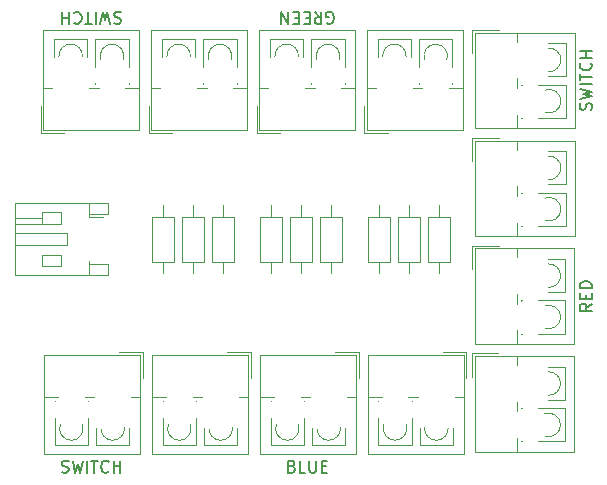
<source format=gto>
%TF.GenerationSoftware,KiCad,Pcbnew,(5.99.0-8961-g580ad8b18e)*%
%TF.CreationDate,2021-03-06T10:17:56-08:00*%
%TF.ProjectId,hugo_board,6875676f-5f62-46f6-9172-642e6b696361,rev?*%
%TF.SameCoordinates,Original*%
%TF.FileFunction,Legend,Top*%
%TF.FilePolarity,Positive*%
%FSLAX46Y46*%
G04 Gerber Fmt 4.6, Leading zero omitted, Abs format (unit mm)*
G04 Created by KiCad (PCBNEW (5.99.0-8961-g580ad8b18e)) date 2021-03-06 10:17:56*
%MOMM*%
%LPD*%
G01*
G04 APERTURE LIST*
%ADD10C,0.150000*%
%ADD11C,0.120000*%
G04 APERTURE END LIST*
D10*
X126126666Y-72890000D02*
X126221904Y-72937619D01*
X126364761Y-72937619D01*
X126507619Y-72890000D01*
X126602857Y-72794761D01*
X126650476Y-72699523D01*
X126698095Y-72509047D01*
X126698095Y-72366190D01*
X126650476Y-72175714D01*
X126602857Y-72080476D01*
X126507619Y-71985238D01*
X126364761Y-71937619D01*
X126269523Y-71937619D01*
X126126666Y-71985238D01*
X126079047Y-72032857D01*
X126079047Y-72366190D01*
X126269523Y-72366190D01*
X125079047Y-71937619D02*
X125412380Y-72413809D01*
X125650476Y-71937619D02*
X125650476Y-72937619D01*
X125269523Y-72937619D01*
X125174285Y-72890000D01*
X125126666Y-72842380D01*
X125079047Y-72747142D01*
X125079047Y-72604285D01*
X125126666Y-72509047D01*
X125174285Y-72461428D01*
X125269523Y-72413809D01*
X125650476Y-72413809D01*
X124650476Y-72461428D02*
X124317142Y-72461428D01*
X124174285Y-71937619D02*
X124650476Y-71937619D01*
X124650476Y-72937619D01*
X124174285Y-72937619D01*
X123745714Y-72461428D02*
X123412380Y-72461428D01*
X123269523Y-71937619D02*
X123745714Y-71937619D01*
X123745714Y-72937619D01*
X123269523Y-72937619D01*
X122840952Y-71937619D02*
X122840952Y-72937619D01*
X122269523Y-71937619D01*
X122269523Y-72937619D01*
X108672000Y-71985238D02*
X108529142Y-71937619D01*
X108291047Y-71937619D01*
X108195809Y-71985238D01*
X108148190Y-72032857D01*
X108100571Y-72128095D01*
X108100571Y-72223333D01*
X108148190Y-72318571D01*
X108195809Y-72366190D01*
X108291047Y-72413809D01*
X108481523Y-72461428D01*
X108576761Y-72509047D01*
X108624380Y-72556666D01*
X108672000Y-72651904D01*
X108672000Y-72747142D01*
X108624380Y-72842380D01*
X108576761Y-72890000D01*
X108481523Y-72937619D01*
X108243428Y-72937619D01*
X108100571Y-72890000D01*
X107767238Y-72937619D02*
X107529142Y-71937619D01*
X107338666Y-72651904D01*
X107148190Y-71937619D01*
X106910095Y-72937619D01*
X106529142Y-71937619D02*
X106529142Y-72937619D01*
X106195809Y-72937619D02*
X105624380Y-72937619D01*
X105910095Y-71937619D02*
X105910095Y-72937619D01*
X104719619Y-72032857D02*
X104767238Y-71985238D01*
X104910095Y-71937619D01*
X105005333Y-71937619D01*
X105148190Y-71985238D01*
X105243428Y-72080476D01*
X105291047Y-72175714D01*
X105338666Y-72366190D01*
X105338666Y-72509047D01*
X105291047Y-72699523D01*
X105243428Y-72794761D01*
X105148190Y-72890000D01*
X105005333Y-72937619D01*
X104910095Y-72937619D01*
X104767238Y-72890000D01*
X104719619Y-72842380D01*
X104291047Y-71937619D02*
X104291047Y-72937619D01*
X104291047Y-72461428D02*
X103719619Y-72461428D01*
X103719619Y-71937619D02*
X103719619Y-72937619D01*
X148534380Y-96654857D02*
X148058190Y-96988190D01*
X148534380Y-97226285D02*
X147534380Y-97226285D01*
X147534380Y-96845333D01*
X147582000Y-96750095D01*
X147629619Y-96702476D01*
X147724857Y-96654857D01*
X147867714Y-96654857D01*
X147962952Y-96702476D01*
X148010571Y-96750095D01*
X148058190Y-96845333D01*
X148058190Y-97226285D01*
X148010571Y-96226285D02*
X148010571Y-95892952D01*
X148534380Y-95750095D02*
X148534380Y-96226285D01*
X147534380Y-96226285D01*
X147534380Y-95750095D01*
X148534380Y-95321523D02*
X147534380Y-95321523D01*
X147534380Y-95083428D01*
X147582000Y-94940571D01*
X147677238Y-94845333D01*
X147772476Y-94797714D01*
X147962952Y-94750095D01*
X148105809Y-94750095D01*
X148296285Y-94797714D01*
X148391523Y-94845333D01*
X148486761Y-94940571D01*
X148534380Y-95083428D01*
X148534380Y-95321523D01*
X148486761Y-80224000D02*
X148534380Y-80081142D01*
X148534380Y-79843047D01*
X148486761Y-79747809D01*
X148439142Y-79700190D01*
X148343904Y-79652571D01*
X148248666Y-79652571D01*
X148153428Y-79700190D01*
X148105809Y-79747809D01*
X148058190Y-79843047D01*
X148010571Y-80033523D01*
X147962952Y-80128761D01*
X147915333Y-80176380D01*
X147820095Y-80224000D01*
X147724857Y-80224000D01*
X147629619Y-80176380D01*
X147582000Y-80128761D01*
X147534380Y-80033523D01*
X147534380Y-79795428D01*
X147582000Y-79652571D01*
X147534380Y-79319238D02*
X148534380Y-79081142D01*
X147820095Y-78890666D01*
X148534380Y-78700190D01*
X147534380Y-78462095D01*
X148534380Y-78081142D02*
X147534380Y-78081142D01*
X147534380Y-77747809D02*
X147534380Y-77176380D01*
X148534380Y-77462095D02*
X147534380Y-77462095D01*
X148439142Y-76271619D02*
X148486761Y-76319238D01*
X148534380Y-76462095D01*
X148534380Y-76557333D01*
X148486761Y-76700190D01*
X148391523Y-76795428D01*
X148296285Y-76843047D01*
X148105809Y-76890666D01*
X147962952Y-76890666D01*
X147772476Y-76843047D01*
X147677238Y-76795428D01*
X147582000Y-76700190D01*
X147534380Y-76557333D01*
X147534380Y-76462095D01*
X147582000Y-76319238D01*
X147629619Y-76271619D01*
X148534380Y-75843047D02*
X147534380Y-75843047D01*
X148010571Y-75843047D02*
X148010571Y-75271619D01*
X148534380Y-75271619D02*
X147534380Y-75271619D01*
X103672000Y-110894761D02*
X103814857Y-110942380D01*
X104052952Y-110942380D01*
X104148190Y-110894761D01*
X104195809Y-110847142D01*
X104243428Y-110751904D01*
X104243428Y-110656666D01*
X104195809Y-110561428D01*
X104148190Y-110513809D01*
X104052952Y-110466190D01*
X103862476Y-110418571D01*
X103767238Y-110370952D01*
X103719619Y-110323333D01*
X103672000Y-110228095D01*
X103672000Y-110132857D01*
X103719619Y-110037619D01*
X103767238Y-109990000D01*
X103862476Y-109942380D01*
X104100571Y-109942380D01*
X104243428Y-109990000D01*
X104576761Y-109942380D02*
X104814857Y-110942380D01*
X105005333Y-110228095D01*
X105195809Y-110942380D01*
X105433904Y-109942380D01*
X105814857Y-110942380D02*
X105814857Y-109942380D01*
X106148190Y-109942380D02*
X106719619Y-109942380D01*
X106433904Y-110942380D02*
X106433904Y-109942380D01*
X107624380Y-110847142D02*
X107576761Y-110894761D01*
X107433904Y-110942380D01*
X107338666Y-110942380D01*
X107195809Y-110894761D01*
X107100571Y-110799523D01*
X107052952Y-110704285D01*
X107005333Y-110513809D01*
X107005333Y-110370952D01*
X107052952Y-110180476D01*
X107100571Y-110085238D01*
X107195809Y-109990000D01*
X107338666Y-109942380D01*
X107433904Y-109942380D01*
X107576761Y-109990000D01*
X107624380Y-110037619D01*
X108052952Y-110942380D02*
X108052952Y-109942380D01*
X108052952Y-110418571D02*
X108624380Y-110418571D01*
X108624380Y-110942380D02*
X108624380Y-109942380D01*
X123150476Y-110418571D02*
X123293333Y-110466190D01*
X123340952Y-110513809D01*
X123388571Y-110609047D01*
X123388571Y-110751904D01*
X123340952Y-110847142D01*
X123293333Y-110894761D01*
X123198095Y-110942380D01*
X122817142Y-110942380D01*
X122817142Y-109942380D01*
X123150476Y-109942380D01*
X123245714Y-109990000D01*
X123293333Y-110037619D01*
X123340952Y-110132857D01*
X123340952Y-110228095D01*
X123293333Y-110323333D01*
X123245714Y-110370952D01*
X123150476Y-110418571D01*
X122817142Y-110418571D01*
X124293333Y-110942380D02*
X123817142Y-110942380D01*
X123817142Y-109942380D01*
X124626666Y-109942380D02*
X124626666Y-110751904D01*
X124674285Y-110847142D01*
X124721904Y-110894761D01*
X124817142Y-110942380D01*
X125007619Y-110942380D01*
X125102857Y-110894761D01*
X125150476Y-110847142D01*
X125198095Y-110751904D01*
X125198095Y-109942380D01*
X125674285Y-110418571D02*
X126007619Y-110418571D01*
X126150476Y-110942380D02*
X125674285Y-110942380D01*
X125674285Y-109942380D01*
X126150476Y-109942380D01*
D11*
%TO.C,J7*%
X105942000Y-89326000D02*
X107157000Y-89326000D01*
X101982000Y-89386000D02*
X99722000Y-89386000D01*
X101982000Y-89886000D02*
X99722000Y-89886000D01*
X103582000Y-92486000D02*
X103582000Y-93486000D01*
X101982000Y-92486000D02*
X103582000Y-92486000D01*
X101982000Y-93486000D02*
X101982000Y-92486000D01*
X103582000Y-93486000D02*
X101982000Y-93486000D01*
X103582000Y-89886000D02*
X103582000Y-88886000D01*
X101982000Y-89886000D02*
X103582000Y-89886000D01*
X101982000Y-88886000D02*
X101982000Y-89886000D01*
X103582000Y-88886000D02*
X101982000Y-88886000D01*
X105942000Y-94246000D02*
X105942000Y-93326000D01*
X105942000Y-88126000D02*
X105942000Y-89046000D01*
X104082000Y-91686000D02*
X99722000Y-91686000D01*
X104082000Y-90686000D02*
X104082000Y-91686000D01*
X99722000Y-90686000D02*
X104082000Y-90686000D01*
X105942000Y-93326000D02*
X105942000Y-93046000D01*
X107542000Y-93326000D02*
X105942000Y-93326000D01*
X107542000Y-94246000D02*
X107542000Y-93326000D01*
X99722000Y-94246000D02*
X107542000Y-94246000D01*
X99722000Y-88126000D02*
X99722000Y-94246000D01*
X107542000Y-88126000D02*
X99722000Y-88126000D01*
X107542000Y-89046000D02*
X107542000Y-88126000D01*
X105942000Y-89046000D02*
X107542000Y-89046000D01*
X105942000Y-89326000D02*
X105942000Y-89046000D01*
%TO.C,SW3*%
X101872000Y-82169000D02*
X103872000Y-82169000D01*
X101872000Y-79929000D02*
X101872000Y-82169000D01*
X109322000Y-77958000D02*
X109322000Y-78019000D01*
X109322000Y-74269000D02*
X109322000Y-76580000D01*
X106522000Y-77958000D02*
X106522000Y-78019000D01*
X106522000Y-74269000D02*
X106522000Y-76580000D01*
X109322000Y-78019000D02*
X109322000Y-78019000D01*
X106522000Y-78019000D02*
X106523000Y-78019000D01*
X106522000Y-74269000D02*
X109322000Y-74269000D01*
X105822000Y-74269000D02*
X105822000Y-75729000D01*
X103022000Y-74269000D02*
X103022000Y-75729000D01*
X103022000Y-74269000D02*
X105822000Y-74269000D01*
X110232000Y-73509000D02*
X110232000Y-81929000D01*
X102112000Y-73509000D02*
X102112000Y-81929000D01*
X102112000Y-81929000D02*
X110232000Y-81929000D01*
X102112000Y-73509000D02*
X110232000Y-73509000D01*
X109056000Y-78370000D02*
X110232000Y-78370000D01*
X105962000Y-78370000D02*
X106789000Y-78370000D01*
X102112000Y-78370000D02*
X102882000Y-78370000D01*
X106982085Y-76011233D02*
G75*
G02*
X108862000Y-76011000I939915J342233D01*
G01*
X103424110Y-75739566D02*
G75*
G02*
X105420000Y-75738000I997890J70566D01*
G01*
%TO.C,SW2*%
X138430000Y-73452000D02*
X138430000Y-75452000D01*
X140670000Y-73452000D02*
X138430000Y-73452000D01*
X142641000Y-80902000D02*
X142580000Y-80902000D01*
X146330000Y-80902000D02*
X144019000Y-80902000D01*
X142641000Y-78102000D02*
X142580000Y-78102000D01*
X146330000Y-78102000D02*
X144019000Y-78102000D01*
X142580000Y-80902000D02*
X142580000Y-80902000D01*
X142580000Y-78102000D02*
X142580000Y-78103000D01*
X146330000Y-78102000D02*
X146330000Y-80902000D01*
X146330000Y-77402000D02*
X144870000Y-77402000D01*
X146330000Y-74602000D02*
X144870000Y-74602000D01*
X146330000Y-74602000D02*
X146330000Y-77402000D01*
X147090000Y-81812000D02*
X138670000Y-81812000D01*
X147090000Y-73692000D02*
X138670000Y-73692000D01*
X138670000Y-73692000D02*
X138670000Y-81812000D01*
X147090000Y-73692000D02*
X147090000Y-81812000D01*
X142229000Y-80636000D02*
X142229000Y-81812000D01*
X142229000Y-77542000D02*
X142229000Y-78369000D01*
X142229000Y-73692000D02*
X142229000Y-74462000D01*
X144587767Y-78562085D02*
G75*
G02*
X144588000Y-80442000I342233J-939915D01*
G01*
X144859434Y-75004110D02*
G75*
G02*
X144861000Y-77000000I70566J-997890D01*
G01*
%TO.C,SW1*%
X110528000Y-100711000D02*
X108528000Y-100711000D01*
X110528000Y-102951000D02*
X110528000Y-100711000D01*
X103078000Y-104922000D02*
X103078000Y-104861000D01*
X103078000Y-108611000D02*
X103078000Y-106300000D01*
X105878000Y-104922000D02*
X105878000Y-104861000D01*
X105878000Y-108611000D02*
X105878000Y-106300000D01*
X103078000Y-104861000D02*
X103078000Y-104861000D01*
X105878000Y-104861000D02*
X105877000Y-104861000D01*
X105878000Y-108611000D02*
X103078000Y-108611000D01*
X106578000Y-108611000D02*
X106578000Y-107151000D01*
X109378000Y-108611000D02*
X109378000Y-107151000D01*
X109378000Y-108611000D02*
X106578000Y-108611000D01*
X102168000Y-109371000D02*
X102168000Y-100951000D01*
X110288000Y-109371000D02*
X110288000Y-100951000D01*
X110288000Y-100951000D02*
X102168000Y-100951000D01*
X110288000Y-109371000D02*
X102168000Y-109371000D01*
X103344000Y-104510000D02*
X102168000Y-104510000D01*
X106438000Y-104510000D02*
X105611000Y-104510000D01*
X110288000Y-104510000D02*
X109518000Y-104510000D01*
X105417915Y-106868767D02*
G75*
G02*
X103538000Y-106869000I-939915J-342233D01*
G01*
X108975890Y-107140434D02*
G75*
G02*
X106980000Y-107142000I-997890J-70566D01*
G01*
%TO.C,J10*%
X129276000Y-82169000D02*
X131276000Y-82169000D01*
X129276000Y-79929000D02*
X129276000Y-82169000D01*
X136726000Y-77958000D02*
X136726000Y-78019000D01*
X136726000Y-74269000D02*
X136726000Y-76580000D01*
X133926000Y-77958000D02*
X133926000Y-78019000D01*
X133926000Y-74269000D02*
X133926000Y-76580000D01*
X136726000Y-78019000D02*
X136726000Y-78019000D01*
X133926000Y-78019000D02*
X133927000Y-78019000D01*
X133926000Y-74269000D02*
X136726000Y-74269000D01*
X133226000Y-74269000D02*
X133226000Y-75729000D01*
X130426000Y-74269000D02*
X130426000Y-75729000D01*
X130426000Y-74269000D02*
X133226000Y-74269000D01*
X137636000Y-73509000D02*
X137636000Y-81929000D01*
X129516000Y-73509000D02*
X129516000Y-81929000D01*
X129516000Y-81929000D02*
X137636000Y-81929000D01*
X129516000Y-73509000D02*
X137636000Y-73509000D01*
X136460000Y-78370000D02*
X137636000Y-78370000D01*
X133366000Y-78370000D02*
X134193000Y-78370000D01*
X129516000Y-78370000D02*
X130286000Y-78370000D01*
X134386085Y-76011233D02*
G75*
G02*
X136266000Y-76011000I939915J342233D01*
G01*
X130828110Y-75739566D02*
G75*
G02*
X132824000Y-75738000I997890J70566D01*
G01*
%TO.C,J9*%
X120160000Y-82169000D02*
X122160000Y-82169000D01*
X120160000Y-79929000D02*
X120160000Y-82169000D01*
X127610000Y-77958000D02*
X127610000Y-78019000D01*
X127610000Y-74269000D02*
X127610000Y-76580000D01*
X124810000Y-77958000D02*
X124810000Y-78019000D01*
X124810000Y-74269000D02*
X124810000Y-76580000D01*
X127610000Y-78019000D02*
X127610000Y-78019000D01*
X124810000Y-78019000D02*
X124811000Y-78019000D01*
X124810000Y-74269000D02*
X127610000Y-74269000D01*
X124110000Y-74269000D02*
X124110000Y-75729000D01*
X121310000Y-74269000D02*
X121310000Y-75729000D01*
X121310000Y-74269000D02*
X124110000Y-74269000D01*
X128520000Y-73509000D02*
X128520000Y-81929000D01*
X120400000Y-73509000D02*
X120400000Y-81929000D01*
X120400000Y-81929000D02*
X128520000Y-81929000D01*
X120400000Y-73509000D02*
X128520000Y-73509000D01*
X127344000Y-78370000D02*
X128520000Y-78370000D01*
X124250000Y-78370000D02*
X125077000Y-78370000D01*
X120400000Y-78370000D02*
X121170000Y-78370000D01*
X125270085Y-76011233D02*
G75*
G02*
X127150000Y-76011000I939915J342233D01*
G01*
X121712110Y-75739566D02*
G75*
G02*
X123708000Y-75738000I997890J70566D01*
G01*
%TO.C,J8*%
X111016000Y-82169000D02*
X113016000Y-82169000D01*
X111016000Y-79929000D02*
X111016000Y-82169000D01*
X118466000Y-77958000D02*
X118466000Y-78019000D01*
X118466000Y-74269000D02*
X118466000Y-76580000D01*
X115666000Y-77958000D02*
X115666000Y-78019000D01*
X115666000Y-74269000D02*
X115666000Y-76580000D01*
X118466000Y-78019000D02*
X118466000Y-78019000D01*
X115666000Y-78019000D02*
X115667000Y-78019000D01*
X115666000Y-74269000D02*
X118466000Y-74269000D01*
X114966000Y-74269000D02*
X114966000Y-75729000D01*
X112166000Y-74269000D02*
X112166000Y-75729000D01*
X112166000Y-74269000D02*
X114966000Y-74269000D01*
X119376000Y-73509000D02*
X119376000Y-81929000D01*
X111256000Y-73509000D02*
X111256000Y-81929000D01*
X111256000Y-81929000D02*
X119376000Y-81929000D01*
X111256000Y-73509000D02*
X119376000Y-73509000D01*
X118200000Y-78370000D02*
X119376000Y-78370000D01*
X115106000Y-78370000D02*
X115933000Y-78370000D01*
X111256000Y-78370000D02*
X112026000Y-78370000D01*
X116126085Y-76011233D02*
G75*
G02*
X118006000Y-76011000I939915J342233D01*
G01*
X112568110Y-75739566D02*
G75*
G02*
X114564000Y-75738000I997890J70566D01*
G01*
%TO.C,J6*%
X138400000Y-100856000D02*
X138400000Y-102856000D01*
X140640000Y-100856000D02*
X138400000Y-100856000D01*
X142611000Y-108306000D02*
X142550000Y-108306000D01*
X146300000Y-108306000D02*
X143989000Y-108306000D01*
X142611000Y-105506000D02*
X142550000Y-105506000D01*
X146300000Y-105506000D02*
X143989000Y-105506000D01*
X142550000Y-108306000D02*
X142550000Y-108306000D01*
X142550000Y-105506000D02*
X142550000Y-105507000D01*
X146300000Y-105506000D02*
X146300000Y-108306000D01*
X146300000Y-104806000D02*
X144840000Y-104806000D01*
X146300000Y-102006000D02*
X144840000Y-102006000D01*
X146300000Y-102006000D02*
X146300000Y-104806000D01*
X147060000Y-109216000D02*
X138640000Y-109216000D01*
X147060000Y-101096000D02*
X138640000Y-101096000D01*
X138640000Y-101096000D02*
X138640000Y-109216000D01*
X147060000Y-101096000D02*
X147060000Y-109216000D01*
X142199000Y-108040000D02*
X142199000Y-109216000D01*
X142199000Y-104946000D02*
X142199000Y-105773000D01*
X142199000Y-101096000D02*
X142199000Y-101866000D01*
X144557767Y-105966085D02*
G75*
G02*
X144558000Y-107846000I342233J-939915D01*
G01*
X144829434Y-102408110D02*
G75*
G02*
X144831000Y-104404000I70566J-997890D01*
G01*
%TO.C,J5*%
X138405000Y-91725000D02*
X138405000Y-93725000D01*
X140645000Y-91725000D02*
X138405000Y-91725000D01*
X142616000Y-99175000D02*
X142555000Y-99175000D01*
X146305000Y-99175000D02*
X143994000Y-99175000D01*
X142616000Y-96375000D02*
X142555000Y-96375000D01*
X146305000Y-96375000D02*
X143994000Y-96375000D01*
X142555000Y-99175000D02*
X142555000Y-99175000D01*
X142555000Y-96375000D02*
X142555000Y-96376000D01*
X146305000Y-96375000D02*
X146305000Y-99175000D01*
X146305000Y-95675000D02*
X144845000Y-95675000D01*
X146305000Y-92875000D02*
X144845000Y-92875000D01*
X146305000Y-92875000D02*
X146305000Y-95675000D01*
X147065000Y-100085000D02*
X138645000Y-100085000D01*
X147065000Y-91965000D02*
X138645000Y-91965000D01*
X138645000Y-91965000D02*
X138645000Y-100085000D01*
X147065000Y-91965000D02*
X147065000Y-100085000D01*
X142204000Y-98909000D02*
X142204000Y-100085000D01*
X142204000Y-95815000D02*
X142204000Y-96642000D01*
X142204000Y-91965000D02*
X142204000Y-92735000D01*
X144562767Y-96835085D02*
G75*
G02*
X144563000Y-98715000I342233J-939915D01*
G01*
X144834434Y-93277110D02*
G75*
G02*
X144836000Y-95273000I70566J-997890D01*
G01*
%TO.C,J4*%
X138430000Y-82596000D02*
X138430000Y-84596000D01*
X140670000Y-82596000D02*
X138430000Y-82596000D01*
X142641000Y-90046000D02*
X142580000Y-90046000D01*
X146330000Y-90046000D02*
X144019000Y-90046000D01*
X142641000Y-87246000D02*
X142580000Y-87246000D01*
X146330000Y-87246000D02*
X144019000Y-87246000D01*
X142580000Y-90046000D02*
X142580000Y-90046000D01*
X142580000Y-87246000D02*
X142580000Y-87247000D01*
X146330000Y-87246000D02*
X146330000Y-90046000D01*
X146330000Y-86546000D02*
X144870000Y-86546000D01*
X146330000Y-83746000D02*
X144870000Y-83746000D01*
X146330000Y-83746000D02*
X146330000Y-86546000D01*
X147090000Y-90956000D02*
X138670000Y-90956000D01*
X147090000Y-82836000D02*
X138670000Y-82836000D01*
X138670000Y-82836000D02*
X138670000Y-90956000D01*
X147090000Y-82836000D02*
X147090000Y-90956000D01*
X142229000Y-89780000D02*
X142229000Y-90956000D01*
X142229000Y-86686000D02*
X142229000Y-87513000D01*
X142229000Y-82836000D02*
X142229000Y-83606000D01*
X144587767Y-87706085D02*
G75*
G02*
X144588000Y-89586000I342233J-939915D01*
G01*
X144859434Y-84148110D02*
G75*
G02*
X144861000Y-86144000I70566J-997890D01*
G01*
%TO.C,J3*%
X137932000Y-100711000D02*
X135932000Y-100711000D01*
X137932000Y-102951000D02*
X137932000Y-100711000D01*
X130482000Y-104922000D02*
X130482000Y-104861000D01*
X130482000Y-108611000D02*
X130482000Y-106300000D01*
X133282000Y-104922000D02*
X133282000Y-104861000D01*
X133282000Y-108611000D02*
X133282000Y-106300000D01*
X130482000Y-104861000D02*
X130482000Y-104861000D01*
X133282000Y-104861000D02*
X133281000Y-104861000D01*
X133282000Y-108611000D02*
X130482000Y-108611000D01*
X133982000Y-108611000D02*
X133982000Y-107151000D01*
X136782000Y-108611000D02*
X136782000Y-107151000D01*
X136782000Y-108611000D02*
X133982000Y-108611000D01*
X129572000Y-109371000D02*
X129572000Y-100951000D01*
X137692000Y-109371000D02*
X137692000Y-100951000D01*
X137692000Y-100951000D02*
X129572000Y-100951000D01*
X137692000Y-109371000D02*
X129572000Y-109371000D01*
X130748000Y-104510000D02*
X129572000Y-104510000D01*
X133842000Y-104510000D02*
X133015000Y-104510000D01*
X137692000Y-104510000D02*
X136922000Y-104510000D01*
X132821915Y-106868767D02*
G75*
G02*
X130942000Y-106869000I-939915J-342233D01*
G01*
X136379890Y-107140434D02*
G75*
G02*
X134384000Y-107142000I-997890J-70566D01*
G01*
%TO.C,J2*%
X128816000Y-100711000D02*
X126816000Y-100711000D01*
X128816000Y-102951000D02*
X128816000Y-100711000D01*
X121366000Y-104922000D02*
X121366000Y-104861000D01*
X121366000Y-108611000D02*
X121366000Y-106300000D01*
X124166000Y-104922000D02*
X124166000Y-104861000D01*
X124166000Y-108611000D02*
X124166000Y-106300000D01*
X121366000Y-104861000D02*
X121366000Y-104861000D01*
X124166000Y-104861000D02*
X124165000Y-104861000D01*
X124166000Y-108611000D02*
X121366000Y-108611000D01*
X124866000Y-108611000D02*
X124866000Y-107151000D01*
X127666000Y-108611000D02*
X127666000Y-107151000D01*
X127666000Y-108611000D02*
X124866000Y-108611000D01*
X120456000Y-109371000D02*
X120456000Y-100951000D01*
X128576000Y-109371000D02*
X128576000Y-100951000D01*
X128576000Y-100951000D02*
X120456000Y-100951000D01*
X128576000Y-109371000D02*
X120456000Y-109371000D01*
X121632000Y-104510000D02*
X120456000Y-104510000D01*
X124726000Y-104510000D02*
X123899000Y-104510000D01*
X128576000Y-104510000D02*
X127806000Y-104510000D01*
X123705915Y-106868767D02*
G75*
G02*
X121826000Y-106869000I-939915J-342233D01*
G01*
X127263890Y-107140434D02*
G75*
G02*
X125268000Y-107142000I-997890J-70566D01*
G01*
%TO.C,J1*%
X119672000Y-100711000D02*
X117672000Y-100711000D01*
X119672000Y-102951000D02*
X119672000Y-100711000D01*
X112222000Y-104922000D02*
X112222000Y-104861000D01*
X112222000Y-108611000D02*
X112222000Y-106300000D01*
X115022000Y-104922000D02*
X115022000Y-104861000D01*
X115022000Y-108611000D02*
X115022000Y-106300000D01*
X112222000Y-104861000D02*
X112222000Y-104861000D01*
X115022000Y-104861000D02*
X115021000Y-104861000D01*
X115022000Y-108611000D02*
X112222000Y-108611000D01*
X115722000Y-108611000D02*
X115722000Y-107151000D01*
X118522000Y-108611000D02*
X118522000Y-107151000D01*
X118522000Y-108611000D02*
X115722000Y-108611000D01*
X111312000Y-109371000D02*
X111312000Y-100951000D01*
X119432000Y-109371000D02*
X119432000Y-100951000D01*
X119432000Y-100951000D02*
X111312000Y-100951000D01*
X119432000Y-109371000D02*
X111312000Y-109371000D01*
X112488000Y-104510000D02*
X111312000Y-104510000D01*
X115582000Y-104510000D02*
X114755000Y-104510000D01*
X119432000Y-104510000D02*
X118662000Y-104510000D01*
X114561915Y-106868767D02*
G75*
G02*
X112682000Y-106869000I-939915J-342233D01*
G01*
X118119890Y-107140434D02*
G75*
G02*
X116124000Y-107142000I-997890J-70566D01*
G01*
%TO.C,R9*%
X126492000Y-88316000D02*
X126492000Y-89266000D01*
X126492000Y-94056000D02*
X126492000Y-93106000D01*
X125572000Y-89266000D02*
X125572000Y-93106000D01*
X127412000Y-89266000D02*
X125572000Y-89266000D01*
X127412000Y-93106000D02*
X127412000Y-89266000D01*
X125572000Y-93106000D02*
X127412000Y-93106000D01*
%TO.C,R8*%
X123952000Y-88316000D02*
X123952000Y-89266000D01*
X123952000Y-94056000D02*
X123952000Y-93106000D01*
X123032000Y-89266000D02*
X123032000Y-93106000D01*
X124872000Y-89266000D02*
X123032000Y-89266000D01*
X124872000Y-93106000D02*
X124872000Y-89266000D01*
X123032000Y-93106000D02*
X124872000Y-93106000D01*
%TO.C,R7*%
X121412000Y-88316000D02*
X121412000Y-89266000D01*
X121412000Y-94056000D02*
X121412000Y-93106000D01*
X120492000Y-89266000D02*
X120492000Y-93106000D01*
X122332000Y-89266000D02*
X120492000Y-89266000D01*
X122332000Y-93106000D02*
X122332000Y-89266000D01*
X120492000Y-93106000D02*
X122332000Y-93106000D01*
%TO.C,R6*%
X135636000Y-88316000D02*
X135636000Y-89266000D01*
X135636000Y-94056000D02*
X135636000Y-93106000D01*
X134716000Y-89266000D02*
X134716000Y-93106000D01*
X136556000Y-89266000D02*
X134716000Y-89266000D01*
X136556000Y-93106000D02*
X136556000Y-89266000D01*
X134716000Y-93106000D02*
X136556000Y-93106000D01*
%TO.C,R5*%
X133096000Y-88316000D02*
X133096000Y-89266000D01*
X133096000Y-94056000D02*
X133096000Y-93106000D01*
X132176000Y-89266000D02*
X132176000Y-93106000D01*
X134016000Y-89266000D02*
X132176000Y-89266000D01*
X134016000Y-93106000D02*
X134016000Y-89266000D01*
X132176000Y-93106000D02*
X134016000Y-93106000D01*
%TO.C,R4*%
X130556000Y-88316000D02*
X130556000Y-89266000D01*
X130556000Y-94056000D02*
X130556000Y-93106000D01*
X129636000Y-89266000D02*
X129636000Y-93106000D01*
X131476000Y-89266000D02*
X129636000Y-89266000D01*
X131476000Y-93106000D02*
X131476000Y-89266000D01*
X129636000Y-93106000D02*
X131476000Y-93106000D01*
%TO.C,R3*%
X117348000Y-88316000D02*
X117348000Y-89266000D01*
X117348000Y-94056000D02*
X117348000Y-93106000D01*
X116428000Y-89266000D02*
X116428000Y-93106000D01*
X118268000Y-89266000D02*
X116428000Y-89266000D01*
X118268000Y-93106000D02*
X118268000Y-89266000D01*
X116428000Y-93106000D02*
X118268000Y-93106000D01*
%TO.C,R2*%
X114808000Y-88316000D02*
X114808000Y-89266000D01*
X114808000Y-94056000D02*
X114808000Y-93106000D01*
X113888000Y-89266000D02*
X113888000Y-93106000D01*
X115728000Y-89266000D02*
X113888000Y-89266000D01*
X115728000Y-93106000D02*
X115728000Y-89266000D01*
X113888000Y-93106000D02*
X115728000Y-93106000D01*
%TO.C,R1*%
X112268000Y-88316000D02*
X112268000Y-89266000D01*
X112268000Y-94056000D02*
X112268000Y-93106000D01*
X111348000Y-89266000D02*
X111348000Y-93106000D01*
X113188000Y-89266000D02*
X111348000Y-89266000D01*
X113188000Y-93106000D02*
X113188000Y-89266000D01*
X111348000Y-93106000D02*
X113188000Y-93106000D01*
%TD*%
M02*

</source>
